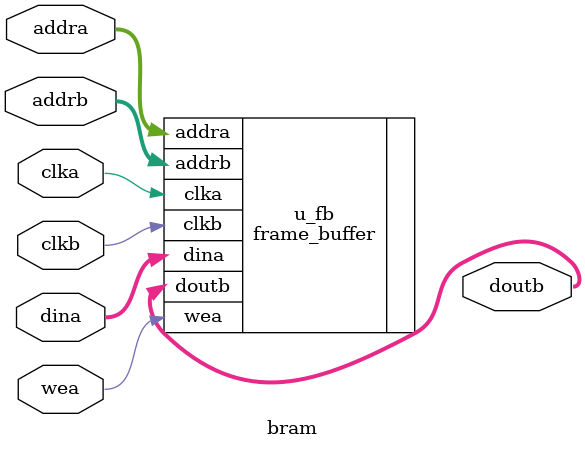
<source format=v>
`timescale 1ns / 1ps


module bram(
input [15:0] dina,
input [16:0] addra,
input clka,wea,clkb,
output [15:0] doutb,
input [16:0] addrb

    );
    
frame_buffer u_fb(
        .clka ( clka),
        .wea  (wea),
        .addra( addra),
        .dina ( dina),
         
        .clkb ( clkb),
       .addrb ( addrb),
        .doutb ( doutb)
      );
endmodule

</source>
